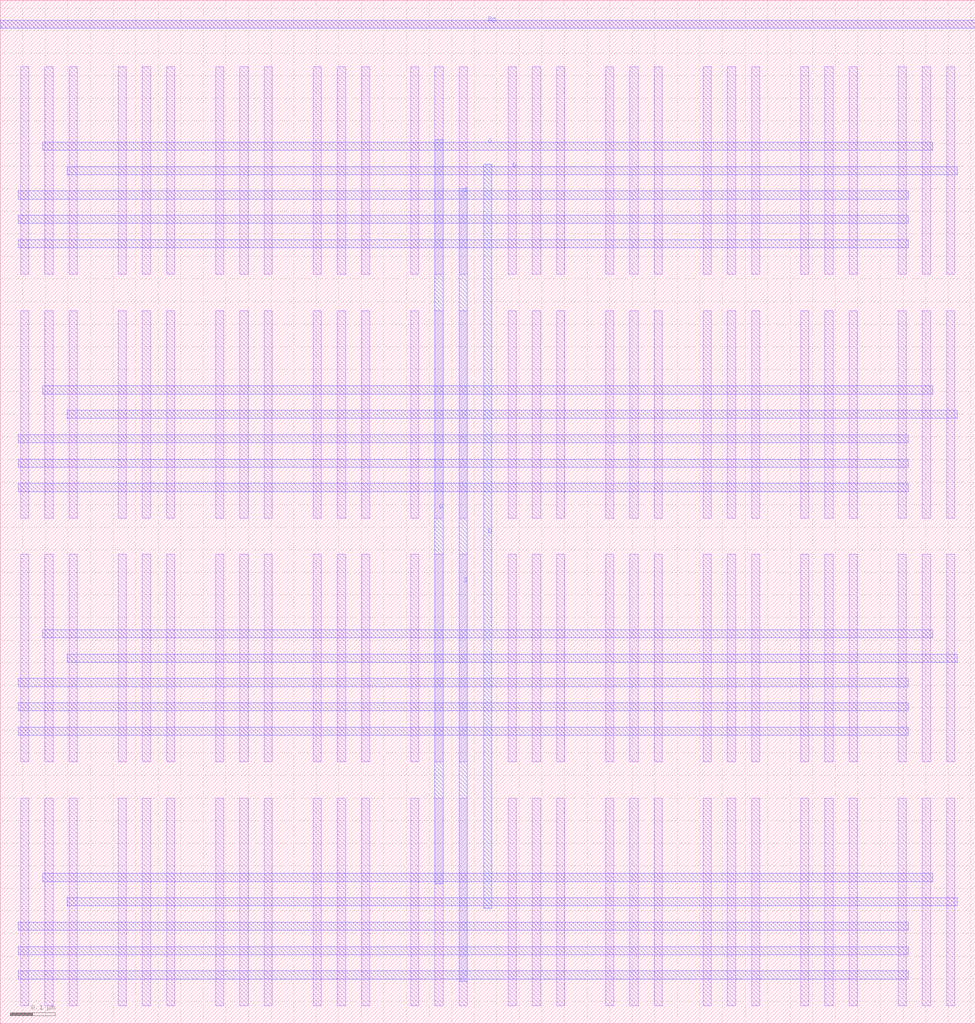
<source format=lef>
MACRO Switch_NMOS_n12_X17_Y1
  ORIGIN 0 0 ;
  FOREIGN Switch_NMOS_n12_X17_Y1 0 0 ;
  SIZE 7.344 BY 0.648 ;
  PIN S
    DIRECTION INOUT ;
    USE SIGNAL ;
    PORT
      LAYER M2 ;
        RECT 0.040 0.099 7.196 0.117 ;
      LAYER M2 ;
        RECT 0.040 0.153 7.196 0.171 ;
      LAYER M2 ;
        RECT 0.040 0.207 7.196 0.225 ;
      LAYER M3 ;
        RECT 3.609 0.094 3.627 0.446 ;
    END
  END S
  PIN D
    DIRECTION INOUT ;
    USE SIGNAL ;
    PORT
      LAYER M2 ;
        RECT 0.148 0.261 7.304 0.279 ;
      LAYER M3 ;
        RECT 3.663 0.094 3.681 0.446 ;
    END
  END D
  PIN G
    DIRECTION INOUT ;
    USE SIGNAL ;
    PORT
      LAYER M2 ;
        RECT 0.094 0.315 7.250 0.333 ;
      LAYER M3 ;
        RECT 3.555 0.094 3.573 0.446 ;
    END
  END G
  PIN Bg
    DIRECTION INOUT ;
    USE SIGNAL ;
    PORT
      LAYER M2 ;
        RECT 0.0 0.585 7.344 0.603 ;
    END
  END Bg
  OBS
    LAYER M1 ;
      RECT 0.0 0.585 7.344 0.603 ;
    LAYER M1 ;
      RECT 0.099 0.040 0.117 0.500 ;
    LAYER M1 ;
      RECT 0.315 0.040 0.333 0.500 ;
    LAYER M1 ;
      RECT 0.531 0.040 0.549 0.500 ;
    LAYER M1 ;
      RECT 0.747 0.040 0.765 0.500 ;
    LAYER M1 ;
      RECT 0.963 0.040 0.981 0.500 ;
    LAYER M1 ;
      RECT 1.179 0.040 1.197 0.500 ;
    LAYER M1 ;
      RECT 1.395 0.040 1.413 0.500 ;
    LAYER M1 ;
      RECT 1.611 0.040 1.629 0.500 ;
    LAYER M1 ;
      RECT 1.827 0.040 1.845 0.500 ;
    LAYER M1 ;
      RECT 2.043 0.040 2.061 0.500 ;
    LAYER M1 ;
      RECT 2.259 0.040 2.277 0.500 ;
    LAYER M1 ;
      RECT 2.475 0.040 2.493 0.500 ;
    LAYER M1 ;
      RECT 2.691 0.040 2.709 0.500 ;
    LAYER M1 ;
      RECT 2.907 0.040 2.925 0.500 ;
    LAYER M1 ;
      RECT 3.123 0.040 3.141 0.500 ;
    LAYER M1 ;
      RECT 3.339 0.040 3.357 0.500 ;
    LAYER M1 ;
      RECT 3.555 0.040 3.573 0.500 ;
    LAYER M1 ;
      RECT 3.771 0.040 3.789 0.500 ;
    LAYER M1 ;
      RECT 3.987 0.040 4.005 0.500 ;
    LAYER M1 ;
      RECT 4.203 0.040 4.221 0.500 ;
    LAYER M1 ;
      RECT 4.419 0.040 4.437 0.500 ;
    LAYER M1 ;
      RECT 4.635 0.040 4.653 0.500 ;
    LAYER M1 ;
      RECT 4.851 0.040 4.869 0.500 ;
    LAYER M1 ;
      RECT 5.067 0.040 5.085 0.500 ;
    LAYER M1 ;
      RECT 5.283 0.040 5.301 0.500 ;
    LAYER M1 ;
      RECT 5.499 0.040 5.517 0.500 ;
    LAYER M1 ;
      RECT 5.715 0.040 5.733 0.500 ;
    LAYER M1 ;
      RECT 5.931 0.040 5.949 0.500 ;
    LAYER M1 ;
      RECT 6.147 0.040 6.165 0.500 ;
    LAYER M1 ;
      RECT 6.363 0.040 6.381 0.500 ;
    LAYER M1 ;
      RECT 6.579 0.040 6.597 0.500 ;
    LAYER M1 ;
      RECT 6.795 0.040 6.813 0.500 ;
    LAYER M1 ;
      RECT 7.011 0.040 7.029 0.500 ;
    LAYER M1 ;
      RECT 7.227 0.040 7.245 0.500 ;
    LAYER M1 ;
      RECT 0.045 0.040 0.063 0.500 ;
    LAYER M1 ;
      RECT 0.261 0.040 0.279 0.500 ;
    LAYER M1 ;
      RECT 0.477 0.040 0.495 0.500 ;
    LAYER M1 ;
      RECT 0.693 0.040 0.711 0.500 ;
    LAYER M1 ;
      RECT 0.909 0.040 0.927 0.500 ;
    LAYER M1 ;
      RECT 1.125 0.040 1.143 0.500 ;
    LAYER M1 ;
      RECT 1.341 0.040 1.359 0.500 ;
    LAYER M1 ;
      RECT 1.557 0.040 1.575 0.500 ;
    LAYER M1 ;
      RECT 1.773 0.040 1.791 0.500 ;
    LAYER M1 ;
      RECT 1.989 0.040 2.007 0.500 ;
    LAYER M1 ;
      RECT 2.205 0.040 2.223 0.500 ;
    LAYER M1 ;
      RECT 2.421 0.040 2.439 0.500 ;
    LAYER M1 ;
      RECT 2.637 0.040 2.655 0.500 ;
    LAYER M1 ;
      RECT 2.853 0.040 2.871 0.500 ;
    LAYER M1 ;
      RECT 3.069 0.040 3.087 0.500 ;
    LAYER M1 ;
      RECT 3.285 0.040 3.303 0.500 ;
    LAYER M1 ;
      RECT 3.501 0.040 3.519 0.500 ;
    LAYER M1 ;
      RECT 3.717 0.040 3.735 0.500 ;
    LAYER M1 ;
      RECT 3.933 0.040 3.951 0.500 ;
    LAYER M1 ;
      RECT 4.149 0.040 4.167 0.500 ;
    LAYER M1 ;
      RECT 4.365 0.040 4.383 0.500 ;
    LAYER M1 ;
      RECT 4.581 0.040 4.599 0.500 ;
    LAYER M1 ;
      RECT 4.797 0.040 4.815 0.500 ;
    LAYER M1 ;
      RECT 5.013 0.040 5.031 0.500 ;
    LAYER M1 ;
      RECT 5.229 0.040 5.247 0.500 ;
    LAYER M1 ;
      RECT 5.445 0.040 5.463 0.500 ;
    LAYER M1 ;
      RECT 5.661 0.040 5.679 0.500 ;
    LAYER M1 ;
      RECT 5.877 0.040 5.895 0.500 ;
    LAYER M1 ;
      RECT 6.093 0.040 6.111 0.500 ;
    LAYER M1 ;
      RECT 6.309 0.040 6.327 0.500 ;
    LAYER M1 ;
      RECT 6.525 0.040 6.543 0.500 ;
    LAYER M1 ;
      RECT 6.741 0.040 6.759 0.500 ;
    LAYER M1 ;
      RECT 6.957 0.040 6.975 0.500 ;
    LAYER M1 ;
      RECT 7.173 0.040 7.191 0.500 ;
    LAYER M1 ;
      RECT 0.153 0.040 0.171 0.500 ;
    LAYER M1 ;
      RECT 0.369 0.040 0.387 0.500 ;
    LAYER M1 ;
      RECT 0.585 0.040 0.603 0.500 ;
    LAYER M1 ;
      RECT 0.801 0.040 0.819 0.500 ;
    LAYER M1 ;
      RECT 1.017 0.040 1.035 0.500 ;
    LAYER M1 ;
      RECT 1.233 0.040 1.251 0.500 ;
    LAYER M1 ;
      RECT 1.449 0.040 1.467 0.500 ;
    LAYER M1 ;
      RECT 1.665 0.040 1.683 0.500 ;
    LAYER M1 ;
      RECT 1.881 0.040 1.899 0.500 ;
    LAYER M1 ;
      RECT 2.097 0.040 2.115 0.500 ;
    LAYER M1 ;
      RECT 2.313 0.040 2.331 0.500 ;
    LAYER M1 ;
      RECT 2.529 0.040 2.547 0.500 ;
    LAYER M1 ;
      RECT 2.745 0.040 2.763 0.500 ;
    LAYER M1 ;
      RECT 2.961 0.040 2.979 0.500 ;
    LAYER M1 ;
      RECT 3.177 0.040 3.195 0.500 ;
    LAYER M1 ;
      RECT 3.393 0.040 3.411 0.500 ;
    LAYER M1 ;
      RECT 3.609 0.040 3.627 0.500 ;
    LAYER M1 ;
      RECT 3.825 0.040 3.843 0.500 ;
    LAYER M1 ;
      RECT 4.041 0.040 4.059 0.500 ;
    LAYER M1 ;
      RECT 4.257 0.040 4.275 0.500 ;
    LAYER M1 ;
      RECT 4.473 0.040 4.491 0.500 ;
    LAYER M1 ;
      RECT 4.689 0.040 4.707 0.500 ;
    LAYER M1 ;
      RECT 4.905 0.040 4.923 0.500 ;
    LAYER M1 ;
      RECT 5.121 0.040 5.139 0.500 ;
    LAYER M1 ;
      RECT 5.337 0.040 5.355 0.500 ;
    LAYER M1 ;
      RECT 5.553 0.040 5.571 0.500 ;
    LAYER M1 ;
      RECT 5.769 0.040 5.787 0.500 ;
    LAYER M1 ;
      RECT 5.985 0.040 6.003 0.500 ;
    LAYER M1 ;
      RECT 6.201 0.040 6.219 0.500 ;
    LAYER M1 ;
      RECT 6.417 0.040 6.435 0.500 ;
    LAYER M1 ;
      RECT 6.633 0.040 6.651 0.500 ;
    LAYER M1 ;
      RECT 6.849 0.040 6.867 0.500 ;
    LAYER M1 ;
      RECT 7.065 0.040 7.083 0.500 ;
    LAYER M1 ;
      RECT 7.281 0.040 7.299 0.500 ;
  END
END Switch_NMOS_n12_X17_Y1
MACRO Switch_NMOS_n12_X1_Y1
  ORIGIN 0 0 ;
  FOREIGN Switch_NMOS_n12_X1_Y1 0 0 ;
  SIZE 0.432 BY 0.648 ;
  PIN S
    DIRECTION INOUT ;
    USE SIGNAL ;
    PORT
      LAYER M2 ;
        RECT 0.040 0.099 0.284 0.117 ;
      LAYER M2 ;
        RECT 0.040 0.153 0.284 0.171 ;
      LAYER M2 ;
        RECT 0.040 0.207 0.284 0.225 ;
      LAYER M3 ;
        RECT 0.153 0.094 0.171 0.446 ;
    END
  END S
  PIN D
    DIRECTION INOUT ;
    USE SIGNAL ;
    PORT
      LAYER M2 ;
        RECT 0.148 0.261 0.392 0.279 ;
      LAYER M3 ;
        RECT 0.207 0.094 0.225 0.446 ;
    END
  END D
  PIN G
    DIRECTION INOUT ;
    USE SIGNAL ;
    PORT
      LAYER M2 ;
        RECT 0.094 0.315 0.338 0.333 ;
      LAYER M3 ;
        RECT 0.099 0.094 0.117 0.446 ;
    END
  END G
  PIN Bg
    DIRECTION INOUT ;
    USE SIGNAL ;
    PORT
      LAYER M2 ;
        RECT 0.0 0.585 0.432 0.603 ;
    END
  END Bg
  OBS
    LAYER M1 ;
      RECT 0.0 0.585 0.432 0.603 ;
    LAYER M1 ;
      RECT 0.099 0.040 0.117 0.500 ;
    LAYER M1 ;
      RECT 0.315 0.040 0.333 0.500 ;
    LAYER M1 ;
      RECT 0.045 0.040 0.063 0.500 ;
    LAYER M1 ;
      RECT 0.261 0.040 0.279 0.500 ;
    LAYER M1 ;
      RECT 0.153 0.040 0.171 0.500 ;
    LAYER M1 ;
      RECT 0.369 0.040 0.387 0.500 ;
  END
END Switch_NMOS_n12_X1_Y1
MACRO Switch_NMOS_n12_X3_Y2
  ORIGIN 0 0 ;
  FOREIGN Switch_NMOS_n12_X3_Y2 0 0 ;
  SIZE 1.296 BY 1.188 ;
  PIN S
    DIRECTION INOUT ;
    USE SIGNAL ;
    PORT
      LAYER M2 ;
        RECT 0.040 0.099 1.148 0.117 ;
      LAYER M2 ;
        RECT 0.040 0.153 1.148 0.171 ;
      LAYER M2 ;
        RECT 0.040 0.207 1.148 0.225 ;
      LAYER M2 ;
        RECT 0.040 0.639 1.148 0.657 ;
      LAYER M2 ;
        RECT 0.040 0.693 1.148 0.711 ;
      LAYER M2 ;
        RECT 0.040 0.747 1.148 0.765 ;
      LAYER M3 ;
        RECT 0.585 0.094 0.603 0.770 ;
    END
  END S
  PIN D
    DIRECTION INOUT ;
    USE SIGNAL ;
    PORT
      LAYER M2 ;
        RECT 0.148 0.261 1.256 0.279 ;
      LAYER M2 ;
        RECT 0.148 0.801 1.256 0.819 ;
      LAYER M3 ;
        RECT 0.639 0.256 0.657 0.824 ;
    END
  END D
  PIN G
    DIRECTION INOUT ;
    USE SIGNAL ;
    PORT
      LAYER M2 ;
        RECT 0.094 0.315 1.202 0.333 ;
      LAYER M2 ;
        RECT 0.094 0.855 1.202 0.873 ;
      LAYER M3 ;
        RECT 0.531 0.310 0.549 0.878 ;
    END
  END G
  PIN Bg
    DIRECTION INOUT ;
    USE SIGNAL ;
    PORT
      LAYER M2 ;
        RECT 0.0 1.125 1.296 1.188 ;
    END
  END Bg
  OBS
    LAYER M1 ;
      RECT 0.0 1.125 1.296 1.188 ;
    LAYER M1 ;
      RECT 0.099 0.040 0.117 0.500 ;
    LAYER M1 ;
      RECT 0.099 0.580 0.117 1.040 ;
    LAYER M1 ;
      RECT 0.315 0.040 0.333 0.500 ;
    LAYER M1 ;
      RECT 0.315 0.580 0.333 1.040 ;
    LAYER M1 ;
      RECT 0.531 0.040 0.549 0.500 ;
    LAYER M1 ;
      RECT 0.531 0.580 0.549 1.040 ;
    LAYER M1 ;
      RECT 0.747 0.040 0.765 0.500 ;
    LAYER M1 ;
      RECT 0.747 0.580 0.765 1.040 ;
    LAYER M1 ;
      RECT 0.963 0.040 0.981 0.500 ;
    LAYER M1 ;
      RECT 0.963 0.580 0.981 1.040 ;
    LAYER M1 ;
      RECT 1.179 0.040 1.197 0.500 ;
    LAYER M1 ;
      RECT 1.179 0.580 1.197 1.040 ;
    LAYER M1 ;
      RECT 0.045 0.040 0.063 0.500 ;
    LAYER M1 ;
      RECT 0.045 0.580 0.063 1.040 ;
    LAYER M1 ;
      RECT 0.261 0.040 0.279 0.500 ;
    LAYER M1 ;
      RECT 0.261 0.580 0.279 1.040 ;
    LAYER M1 ;
      RECT 0.477 0.040 0.495 0.500 ;
    LAYER M1 ;
      RECT 0.477 0.580 0.495 1.040 ;
    LAYER M1 ;
      RECT 0.693 0.040 0.711 0.500 ;
    LAYER M1 ;
      RECT 0.693 0.580 0.711 1.040 ;
    LAYER M1 ;
      RECT 0.909 0.040 0.927 0.500 ;
    LAYER M1 ;
      RECT 0.909 0.580 0.927 1.040 ;
    LAYER M1 ;
      RECT 1.125 0.040 1.143 0.500 ;
    LAYER M1 ;
      RECT 1.125 0.580 1.143 1.040 ;
    LAYER M1 ;
      RECT 0.153 0.040 0.171 0.500 ;
    LAYER M1 ;
      RECT 0.153 0.580 0.171 1.040 ;
    LAYER M1 ;
      RECT 0.369 0.040 0.387 0.500 ;
    LAYER M1 ;
      RECT 0.369 0.580 0.387 1.040 ;
    LAYER M1 ;
      RECT 0.585 0.040 0.603 0.500 ;
    LAYER M1 ;
      RECT 0.585 0.580 0.603 1.040 ;
    LAYER M1 ;
      RECT 0.801 0.040 0.819 0.500 ;
    LAYER M1 ;
      RECT 0.801 0.580 0.819 1.040 ;
    LAYER M1 ;
      RECT 1.017 0.040 1.035 0.500 ;
    LAYER M1 ;
      RECT 1.017 0.580 1.035 1.040 ;
    LAYER M1 ;
      RECT 1.233 0.040 1.251 0.500 ;
    LAYER M1 ;
      RECT 1.233 0.580 1.251 1.040 ;
  END
END Switch_NMOS_n12_X3_Y2
MACRO Switch_NMOS_n12_X5_Y4
  ORIGIN 0 0 ;
  FOREIGN Switch_NMOS_n12_X5_Y4 0 0 ;
  SIZE 2.160 BY 2.268 ;
  PIN S
    DIRECTION INOUT ;
    USE SIGNAL ;
    PORT
      LAYER M2 ;
        RECT 0.040 0.099 2.012 0.117 ;
      LAYER M2 ;
        RECT 0.040 0.153 2.012 0.171 ;
      LAYER M2 ;
        RECT 0.040 0.207 2.012 0.225 ;
      LAYER M2 ;
        RECT 0.040 0.639 2.012 0.657 ;
      LAYER M2 ;
        RECT 0.040 0.693 2.012 0.711 ;
      LAYER M2 ;
        RECT 0.040 0.747 2.012 0.765 ;
      LAYER M2 ;
        RECT 0.040 1.179 2.012 1.197 ;
      LAYER M2 ;
        RECT 0.040 1.233 2.012 1.251 ;
      LAYER M2 ;
        RECT 0.040 1.287 2.012 1.305 ;
      LAYER M2 ;
        RECT 0.040 1.719 2.012 1.737 ;
      LAYER M2 ;
        RECT 0.040 1.773 2.012 1.791 ;
      LAYER M2 ;
        RECT 0.040 1.827 2.012 1.845 ;
      LAYER M3 ;
        RECT 1.017 0.094 1.035 1.850 ;
    END
  END S
  PIN D
    DIRECTION INOUT ;
    USE SIGNAL ;
    PORT
      LAYER M2 ;
        RECT 0.148 0.261 2.120 0.279 ;
      LAYER M2 ;
        RECT 0.148 0.801 2.120 0.819 ;
      LAYER M2 ;
        RECT 0.148 1.341 2.120 1.359 ;
      LAYER M2 ;
        RECT 0.148 1.881 2.120 1.899 ;
      LAYER M3 ;
        RECT 1.071 0.256 1.089 1.904 ;
    END
  END D
  PIN G
    DIRECTION INOUT ;
    USE SIGNAL ;
    PORT
      LAYER M2 ;
        RECT 0.094 0.315 2.066 0.333 ;
      LAYER M2 ;
        RECT 0.094 0.855 2.066 0.873 ;
      LAYER M2 ;
        RECT 0.094 1.395 2.066 1.413 ;
      LAYER M2 ;
        RECT 0.094 1.935 2.066 1.953 ;
      LAYER M3 ;
        RECT 0.963 0.310 0.981 1.958 ;
    END
  END G
  PIN Bg
    DIRECTION INOUT ;
    USE SIGNAL ;
    PORT
      LAYER M2 ;
        RECT 0.0 2.205 2.16 2.223 ;
    END
  END Bg
  OBS
    LAYER M1 ;
      RECT 0.0 2.205 2.16 2.223 ;
    LAYER M1 ;
      RECT 0.099 0.040 0.117 0.500 ;
    LAYER M1 ;
      RECT 0.099 0.580 0.117 1.040 ;
    LAYER M1 ;
      RECT 0.099 1.120 0.117 1.580 ;
    LAYER M1 ;
      RECT 0.099 1.660 0.117 2.120 ;
    LAYER M1 ;
      RECT 0.315 0.040 0.333 0.500 ;
    LAYER M1 ;
      RECT 0.315 0.580 0.333 1.040 ;
    LAYER M1 ;
      RECT 0.315 1.120 0.333 1.580 ;
    LAYER M1 ;
      RECT 0.315 1.660 0.333 2.120 ;
    LAYER M1 ;
      RECT 0.531 0.040 0.549 0.500 ;
    LAYER M1 ;
      RECT 0.531 0.580 0.549 1.040 ;
    LAYER M1 ;
      RECT 0.531 1.120 0.549 1.580 ;
    LAYER M1 ;
      RECT 0.531 1.660 0.549 2.120 ;
    LAYER M1 ;
      RECT 0.747 0.040 0.765 0.500 ;
    LAYER M1 ;
      RECT 0.747 0.580 0.765 1.040 ;
    LAYER M1 ;
      RECT 0.747 1.120 0.765 1.580 ;
    LAYER M1 ;
      RECT 0.747 1.660 0.765 2.120 ;
    LAYER M1 ;
      RECT 0.963 0.040 0.981 0.500 ;
    LAYER M1 ;
      RECT 0.963 0.580 0.981 1.040 ;
    LAYER M1 ;
      RECT 0.963 1.120 0.981 1.580 ;
    LAYER M1 ;
      RECT 0.963 1.660 0.981 2.120 ;
    LAYER M1 ;
      RECT 1.179 0.040 1.197 0.500 ;
    LAYER M1 ;
      RECT 1.179 0.580 1.197 1.040 ;
    LAYER M1 ;
      RECT 1.179 1.120 1.197 1.580 ;
    LAYER M1 ;
      RECT 1.179 1.660 1.197 2.120 ;
    LAYER M1 ;
      RECT 1.395 0.040 1.413 0.500 ;
    LAYER M1 ;
      RECT 1.395 0.580 1.413 1.040 ;
    LAYER M1 ;
      RECT 1.395 1.120 1.413 1.580 ;
    LAYER M1 ;
      RECT 1.395 1.660 1.413 2.120 ;
    LAYER M1 ;
      RECT 1.611 0.040 1.629 0.500 ;
    LAYER M1 ;
      RECT 1.611 0.580 1.629 1.040 ;
    LAYER M1 ;
      RECT 1.611 1.120 1.629 1.580 ;
    LAYER M1 ;
      RECT 1.611 1.660 1.629 2.120 ;
    LAYER M1 ;
      RECT 1.827 0.040 1.845 0.500 ;
    LAYER M1 ;
      RECT 1.827 0.580 1.845 1.040 ;
    LAYER M1 ;
      RECT 1.827 1.120 1.845 1.580 ;
    LAYER M1 ;
      RECT 1.827 1.660 1.845 2.120 ;
    LAYER M1 ;
      RECT 2.043 0.040 2.061 0.500 ;
    LAYER M1 ;
      RECT 2.043 0.580 2.061 1.040 ;
    LAYER M1 ;
      RECT 2.043 1.120 2.061 1.580 ;
    LAYER M1 ;
      RECT 2.043 1.660 2.061 2.120 ;
    LAYER M1 ;
      RECT 0.045 0.040 0.063 0.500 ;
    LAYER M1 ;
      RECT 0.045 0.580 0.063 1.040 ;
    LAYER M1 ;
      RECT 0.045 1.120 0.063 1.580 ;
    LAYER M1 ;
      RECT 0.045 1.660 0.063 2.120 ;
    LAYER M1 ;
      RECT 0.261 0.040 0.279 0.500 ;
    LAYER M1 ;
      RECT 0.261 0.580 0.279 1.040 ;
    LAYER M1 ;
      RECT 0.261 1.120 0.279 1.580 ;
    LAYER M1 ;
      RECT 0.261 1.660 0.279 2.120 ;
    LAYER M1 ;
      RECT 0.477 0.040 0.495 0.500 ;
    LAYER M1 ;
      RECT 0.477 0.580 0.495 1.040 ;
    LAYER M1 ;
      RECT 0.477 1.120 0.495 1.580 ;
    LAYER M1 ;
      RECT 0.477 1.660 0.495 2.120 ;
    LAYER M1 ;
      RECT 0.693 0.040 0.711 0.500 ;
    LAYER M1 ;
      RECT 0.693 0.580 0.711 1.040 ;
    LAYER M1 ;
      RECT 0.693 1.120 0.711 1.580 ;
    LAYER M1 ;
      RECT 0.693 1.660 0.711 2.120 ;
    LAYER M1 ;
      RECT 0.909 0.040 0.927 0.500 ;
    LAYER M1 ;
      RECT 0.909 0.580 0.927 1.040 ;
    LAYER M1 ;
      RECT 0.909 1.120 0.927 1.580 ;
    LAYER M1 ;
      RECT 0.909 1.660 0.927 2.120 ;
    LAYER M1 ;
      RECT 1.125 0.040 1.143 0.500 ;
    LAYER M1 ;
      RECT 1.125 0.580 1.143 1.040 ;
    LAYER M1 ;
      RECT 1.125 1.120 1.143 1.580 ;
    LAYER M1 ;
      RECT 1.125 1.660 1.143 2.120 ;
    LAYER M1 ;
      RECT 1.341 0.040 1.359 0.500 ;
    LAYER M1 ;
      RECT 1.341 0.580 1.359 1.040 ;
    LAYER M1 ;
      RECT 1.341 1.120 1.359 1.580 ;
    LAYER M1 ;
      RECT 1.341 1.660 1.359 2.120 ;
    LAYER M1 ;
      RECT 1.557 0.040 1.575 0.500 ;
    LAYER M1 ;
      RECT 1.557 0.580 1.575 1.040 ;
    LAYER M1 ;
      RECT 1.557 1.120 1.575 1.580 ;
    LAYER M1 ;
      RECT 1.557 1.660 1.575 2.120 ;
    LAYER M1 ;
      RECT 1.773 0.040 1.791 0.500 ;
    LAYER M1 ;
      RECT 1.773 0.580 1.791 1.040 ;
    LAYER M1 ;
      RECT 1.773 1.120 1.791 1.580 ;
    LAYER M1 ;
      RECT 1.773 1.660 1.791 2.120 ;
    LAYER M1 ;
      RECT 1.989 0.040 2.007 0.500 ;
    LAYER M1 ;
      RECT 1.989 0.580 2.007 1.040 ;
    LAYER M1 ;
      RECT 1.989 1.120 2.007 1.580 ;
    LAYER M1 ;
      RECT 1.989 1.660 2.007 2.120 ;
    LAYER M1 ;
      RECT 0.153 0.040 0.171 0.500 ;
    LAYER M1 ;
      RECT 0.153 0.580 0.171 1.040 ;
    LAYER M1 ;
      RECT 0.153 1.120 0.171 1.580 ;
    LAYER M1 ;
      RECT 0.153 1.660 0.171 2.120 ;
    LAYER M1 ;
      RECT 0.369 0.040 0.387 0.500 ;
    LAYER M1 ;
      RECT 0.369 0.580 0.387 1.040 ;
    LAYER M1 ;
      RECT 0.369 1.120 0.387 1.580 ;
    LAYER M1 ;
      RECT 0.369 1.660 0.387 2.120 ;
    LAYER M1 ;
      RECT 0.585 0.040 0.603 0.500 ;
    LAYER M1 ;
      RECT 0.585 0.580 0.603 1.040 ;
    LAYER M1 ;
      RECT 0.585 1.120 0.603 1.580 ;
    LAYER M1 ;
      RECT 0.585 1.660 0.603 2.120 ;
    LAYER M1 ;
      RECT 0.801 0.040 0.819 0.500 ;
    LAYER M1 ;
      RECT 0.801 0.580 0.819 1.040 ;
    LAYER M1 ;
      RECT 0.801 1.120 0.819 1.580 ;
    LAYER M1 ;
      RECT 0.801 1.660 0.819 2.120 ;
    LAYER M1 ;
      RECT 1.017 0.040 1.035 0.500 ;
    LAYER M1 ;
      RECT 1.017 0.580 1.035 1.040 ;
    LAYER M1 ;
      RECT 1.017 1.120 1.035 1.580 ;
    LAYER M1 ;
      RECT 1.017 1.660 1.035 2.120 ;
    LAYER M1 ;
      RECT 1.233 0.040 1.251 0.500 ;
    LAYER M1 ;
      RECT 1.233 0.580 1.251 1.040 ;
    LAYER M1 ;
      RECT 1.233 1.120 1.251 1.580 ;
    LAYER M1 ;
      RECT 1.233 1.660 1.251 2.120 ;
    LAYER M1 ;
      RECT 1.449 0.040 1.467 0.500 ;
    LAYER M1 ;
      RECT 1.449 0.580 1.467 1.040 ;
    LAYER M1 ;
      RECT 1.449 1.120 1.467 1.580 ;
    LAYER M1 ;
      RECT 1.449 1.660 1.467 2.120 ;
    LAYER M1 ;
      RECT 1.665 0.040 1.683 0.500 ;
    LAYER M1 ;
      RECT 1.665 0.580 1.683 1.040 ;
    LAYER M1 ;
      RECT 1.665 1.120 1.683 1.580 ;
    LAYER M1 ;
      RECT 1.665 1.660 1.683 2.120 ;
    LAYER M1 ;
      RECT 1.881 0.040 1.899 0.500 ;
    LAYER M1 ;
      RECT 1.881 0.580 1.899 1.040 ;
    LAYER M1 ;
      RECT 1.881 1.120 1.899 1.580 ;
    LAYER M1 ;
      RECT 1.881 1.660 1.899 2.120 ;
    LAYER M1 ;
      RECT 2.097 0.040 2.115 0.500 ;
    LAYER M1 ;
      RECT 2.097 0.580 2.115 1.040 ;
    LAYER M1 ;
      RECT 2.097 1.120 2.115 1.580 ;
    LAYER M1 ;
      RECT 2.097 1.660 2.115 2.120 ;
  END
END Switch_NMOS_n12_X5_Y4
MACRO Switch_PMOS_n12_X1_Y1
  ORIGIN 0 0 ;
  FOREIGN Switch_PMOS_n12_X1_Y1 0 0 ;
  SIZE 0.432 BY 0.648 ;
  PIN S
    DIRECTION INOUT ;
    USE SIGNAL ;
    PORT
      LAYER M2 ;
        RECT 0.040 0.099 0.284 0.117 ;
      LAYER M2 ;
        RECT 0.040 0.153 0.284 0.171 ;
      LAYER M2 ;
        RECT 0.040 0.207 0.284 0.225 ;
      LAYER M3 ;
        RECT 0.153 0.094 0.171 0.446 ;
    END
  END S
  PIN D
    DIRECTION INOUT ;
    USE SIGNAL ;
    PORT
      LAYER M2 ;
        RECT 0.148 0.261 0.392 0.279 ;
      LAYER M3 ;
        RECT 0.207 0.094 0.225 0.446 ;
    END
  END D
  PIN G
    DIRECTION INOUT ;
    USE SIGNAL ;
    PORT
      LAYER M2 ;
        RECT 0.094 0.315 0.338 0.333 ;
      LAYER M3 ;
        RECT 0.099 0.094 0.117 0.446 ;
    END
  END G
  PIN Bg
    DIRECTION INOUT ;
    USE SIGNAL ;
    PORT
      LAYER M2 ;
        RECT 0.0 0.585 0.432 0.603 ;
    END
  END Bg
  OBS
    LAYER M1 ;
      RECT 0.0 0.585 0.432 0.603 ;
    LAYER M1 ;
      RECT 0.099 0.040 0.117 0.500 ;
    LAYER M1 ;
      RECT 0.315 0.040 0.333 0.500 ;
    LAYER M1 ;
      RECT 0.045 0.040 0.063 0.500 ;
    LAYER M1 ;
      RECT 0.261 0.040 0.279 0.500 ;
    LAYER M1 ;
      RECT 0.153 0.040 0.171 0.500 ;
    LAYER M1 ;
      RECT 0.369 0.040 0.387 0.500 ;
  END
END Switch_PMOS_n12_X1_Y1
MACRO Switch_PMOS_n12_X3_Y2
  ORIGIN 0 0 ;
  FOREIGN Switch_PMOS_n12_X3_Y2 0 0 ;
  SIZE 1.296 BY 1.188 ;
  PIN S
    DIRECTION INOUT ;
    USE SIGNAL ;
    PORT
      LAYER M2 ;
        RECT 0.040 0.099 1.148 0.117 ;
      LAYER M2 ;
        RECT 0.040 0.153 1.148 0.171 ;
      LAYER M2 ;
        RECT 0.040 0.207 1.148 0.225 ;
      LAYER M2 ;
        RECT 0.040 0.639 1.148 0.657 ;
      LAYER M2 ;
        RECT 0.040 0.693 1.148 0.711 ;
      LAYER M2 ;
        RECT 0.040 0.747 1.148 0.765 ;
      LAYER M3 ;
        RECT 0.585 0.094 0.603 0.770 ;
    END
  END S
  PIN D
    DIRECTION INOUT ;
    USE SIGNAL ;
    PORT
      LAYER M2 ;
        RECT 0.148 0.261 1.256 0.279 ;
      LAYER M2 ;
        RECT 0.148 0.801 1.256 0.819 ;
      LAYER M3 ;
        RECT 0.639 0.256 0.657 0.824 ;
    END
  END D
  PIN G
    DIRECTION INOUT ;
    USE SIGNAL ;
    PORT
      LAYER M2 ;
        RECT 0.094 0.315 1.202 0.333 ;
      LAYER M2 ;
        RECT 0.094 0.855 1.202 0.873 ;
      LAYER M3 ;
        RECT 0.531 0.310 0.549 0.878 ;
    END
  END G
  PIN Bg
    DIRECTION INOUT ;
    USE SIGNAL ;
    PORT
      LAYER M2 ;
        RECT 0.0 1.125 1.296 1.143 ;
    END
  END Bg
  OBS
    LAYER M1 ;
      RECT 0.0 1.125 1.296 1.143 ;
    LAYER M1 ;
      RECT 0.099 0.040 0.117 0.500 ;
    LAYER M1 ;
      RECT 0.099 0.580 0.117 1.040 ;
    LAYER M1 ;
      RECT 0.315 0.040 0.333 0.500 ;
    LAYER M1 ;
      RECT 0.315 0.580 0.333 1.040 ;
    LAYER M1 ;
      RECT 0.531 0.040 0.549 0.500 ;
    LAYER M1 ;
      RECT 0.531 0.580 0.549 1.040 ;
    LAYER M1 ;
      RECT 0.747 0.040 0.765 0.500 ;
    LAYER M1 ;
      RECT 0.747 0.580 0.765 1.040 ;
    LAYER M1 ;
      RECT 0.963 0.040 0.981 0.500 ;
    LAYER M1 ;
      RECT 0.963 0.580 0.981 1.040 ;
    LAYER M1 ;
      RECT 1.179 0.040 1.197 0.500 ;
    LAYER M1 ;
      RECT 1.179 0.580 1.197 1.040 ;
    LAYER M1 ;
      RECT 0.045 0.040 0.063 0.500 ;
    LAYER M1 ;
      RECT 0.045 0.580 0.063 1.040 ;
    LAYER M1 ;
      RECT 0.261 0.040 0.279 0.500 ;
    LAYER M1 ;
      RECT 0.261 0.580 0.279 1.040 ;
    LAYER M1 ;
      RECT 0.477 0.040 0.495 0.500 ;
    LAYER M1 ;
      RECT 0.477 0.580 0.495 1.040 ;
    LAYER M1 ;
      RECT 0.693 0.040 0.711 0.500 ;
    LAYER M1 ;
      RECT 0.693 0.580 0.711 1.040 ;
    LAYER M1 ;
      RECT 0.909 0.040 0.927 0.500 ;
    LAYER M1 ;
      RECT 0.909 0.580 0.927 1.040 ;
    LAYER M1 ;
      RECT 1.125 0.040 1.143 0.500 ;
    LAYER M1 ;
      RECT 1.125 0.580 1.143 1.040 ;
    LAYER M1 ;
      RECT 0.153 0.040 0.171 0.500 ;
    LAYER M1 ;
      RECT 0.153 0.580 0.171 1.040 ;
    LAYER M1 ;
      RECT 0.369 0.040 0.387 0.500 ;
    LAYER M1 ;
      RECT 0.369 0.580 0.387 1.040 ;
    LAYER M1 ;
      RECT 0.585 0.040 0.603 0.500 ;
    LAYER M1 ;
      RECT 0.585 0.580 0.603 1.040 ;
    LAYER M1 ;
      RECT 0.801 0.040 0.819 0.500 ;
    LAYER M1 ;
      RECT 0.801 0.580 0.819 1.040 ;
    LAYER M1 ;
      RECT 1.017 0.040 1.035 0.500 ;
    LAYER M1 ;
      RECT 1.017 0.580 1.035 1.040 ;
    LAYER M1 ;
      RECT 1.233 0.040 1.251 0.500 ;
    LAYER M1 ;
      RECT 1.233 0.580 1.251 1.040 ;
  END
END Switch_PMOS_n12_X3_Y2

</source>
